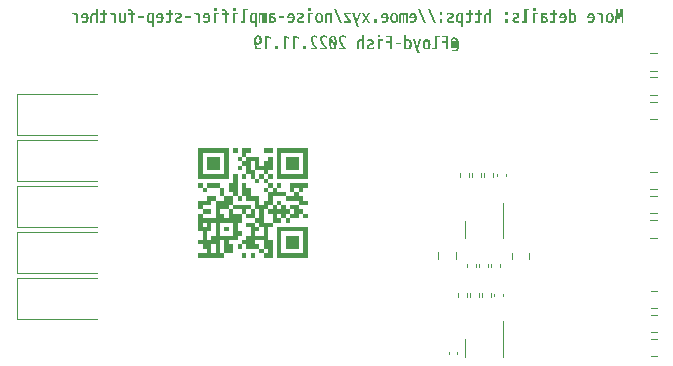
<source format=gbr>
%TF.GenerationSoftware,KiCad,Pcbnew,(6.0.5)*%
%TF.CreationDate,2022-11-19T18:23:49+08:00*%
%TF.ProjectId,EmoeNAP,456d6f65-4e41-4502-9e6b-696361645f70,rev?*%
%TF.SameCoordinates,Original*%
%TF.FileFunction,Legend,Bot*%
%TF.FilePolarity,Positive*%
%FSLAX46Y46*%
G04 Gerber Fmt 4.6, Leading zero omitted, Abs format (unit mm)*
G04 Created by KiCad (PCBNEW (6.0.5)) date 2022-11-19 18:23:49*
%MOMM*%
%LPD*%
G01*
G04 APERTURE LIST*
%ADD10C,0.120000*%
G04 APERTURE END LIST*
%TO.C,kibuzzard-6378AB16*%
G36*
X146747556Y-91492125D02*
G01*
X146595156Y-91492125D01*
X146085569Y-90269750D01*
X146237969Y-90269750D01*
X146747556Y-91492125D01*
G37*
G36*
X153891306Y-91492125D02*
G01*
X153738906Y-91492125D01*
X153229319Y-90269750D01*
X153381719Y-90269750D01*
X153891306Y-91492125D01*
G37*
G36*
X154685056Y-91492125D02*
G01*
X154532656Y-91492125D01*
X154023069Y-90269750D01*
X154175469Y-90269750D01*
X154685056Y-91492125D01*
G37*
G36*
X147992156Y-91206375D02*
G01*
X147995331Y-91206375D01*
X148171544Y-90603125D01*
X148344581Y-90603125D01*
X148069944Y-91412750D01*
X148200119Y-91777875D01*
X148025494Y-91777875D01*
X147646081Y-90603125D01*
X147827056Y-90603125D01*
X147992156Y-91206375D01*
G37*
G36*
X170221919Y-91007938D02*
G01*
X170225094Y-91007938D01*
X170321931Y-90269750D01*
X170529894Y-90269750D01*
X170590219Y-91428625D01*
X170434644Y-91428625D01*
X170407656Y-90444375D01*
X170402894Y-90444375D01*
X170312406Y-91158750D01*
X170161594Y-91158750D01*
X170063169Y-90444375D01*
X170061581Y-90444375D01*
X170037769Y-91428625D01*
X169867906Y-91428625D01*
X169926644Y-90269750D01*
X170126669Y-90269750D01*
X170221919Y-91007938D01*
G37*
G36*
X166235706Y-91444500D02*
G01*
X166137281Y-91438856D01*
X166047323Y-91421922D01*
X165965831Y-91393700D01*
X165965831Y-91300038D01*
X166140456Y-91300038D01*
X166243644Y-91320675D01*
X166317066Y-91303609D01*
X166369056Y-91252412D01*
X166400013Y-91159147D01*
X166410331Y-91015875D01*
X166401798Y-90876373D01*
X166376200Y-90784894D01*
X166333139Y-90734292D01*
X166272219Y-90717425D01*
X166198003Y-90730919D01*
X166140456Y-90771400D01*
X166140456Y-91300038D01*
X165965831Y-91300038D01*
X165965831Y-90238000D01*
X166140456Y-90238000D01*
X166140456Y-90622175D01*
X166213878Y-90595981D01*
X166291269Y-90587250D01*
X166382197Y-90598362D01*
X166456016Y-90631700D01*
X166512725Y-90687262D01*
X166552853Y-90768225D01*
X166576931Y-90877762D01*
X166584956Y-91015875D01*
X166575608Y-91156369D01*
X166547562Y-91266700D01*
X166500819Y-91346869D01*
X166433967Y-91401108D01*
X166345597Y-91433652D01*
X166243644Y-91443716D01*
X166235706Y-91444500D01*
G37*
G36*
X139256144Y-91444500D02*
G01*
X139163010Y-91432594D01*
X139086810Y-91396875D01*
X139027544Y-91337344D01*
X138985210Y-91254000D01*
X138959810Y-91146844D01*
X138951344Y-91015875D01*
X139125969Y-91015875D01*
X139135395Y-91147141D01*
X139163672Y-91240903D01*
X139210801Y-91297160D01*
X139276781Y-91315913D01*
X139395844Y-91279400D01*
X139395844Y-90734887D01*
X139292656Y-90717425D01*
X139218242Y-90734292D01*
X139166450Y-90784894D01*
X139136089Y-90876373D01*
X139125969Y-91015875D01*
X138951344Y-91015875D01*
X138960604Y-90876969D01*
X138988385Y-90767167D01*
X139034687Y-90686469D01*
X139101274Y-90631347D01*
X139189910Y-90598274D01*
X139300594Y-90587250D01*
X139395491Y-90592894D01*
X139485449Y-90609828D01*
X139570469Y-90638050D01*
X139570469Y-91777875D01*
X139395844Y-91777875D01*
X139395844Y-91412750D01*
X139328375Y-91436562D01*
X139276781Y-91442232D01*
X139256144Y-91444500D01*
G37*
G36*
X156718644Y-91444500D02*
G01*
X156625510Y-91432594D01*
X156549310Y-91396875D01*
X156490044Y-91337344D01*
X156447710Y-91254000D01*
X156422310Y-91146844D01*
X156413844Y-91015875D01*
X156588469Y-91015875D01*
X156597895Y-91147141D01*
X156626172Y-91240903D01*
X156673301Y-91297160D01*
X156739281Y-91315913D01*
X156858344Y-91279400D01*
X156858344Y-90734887D01*
X156755156Y-90717425D01*
X156680742Y-90734292D01*
X156628950Y-90784894D01*
X156598589Y-90876373D01*
X156588469Y-91015875D01*
X156413844Y-91015875D01*
X156423104Y-90876969D01*
X156450885Y-90767167D01*
X156497188Y-90686469D01*
X156563774Y-90631347D01*
X156652410Y-90598274D01*
X156763094Y-90587250D01*
X156857991Y-90592894D01*
X156947949Y-90609828D01*
X157032969Y-90638050D01*
X157032969Y-91777875D01*
X156858344Y-91777875D01*
X156858344Y-91412750D01*
X156790875Y-91436562D01*
X156739281Y-91442232D01*
X156718644Y-91444500D01*
G37*
G36*
X130524894Y-91444500D02*
G01*
X130431760Y-91432594D01*
X130355560Y-91396875D01*
X130296294Y-91337344D01*
X130253960Y-91254000D01*
X130228560Y-91146844D01*
X130220094Y-91015875D01*
X130394719Y-91015875D01*
X130404145Y-91147141D01*
X130432422Y-91240903D01*
X130479551Y-91297160D01*
X130545531Y-91315913D01*
X130664594Y-91279400D01*
X130664594Y-90734887D01*
X130561406Y-90717425D01*
X130486992Y-90734292D01*
X130435200Y-90784894D01*
X130404839Y-90876373D01*
X130394719Y-91015875D01*
X130220094Y-91015875D01*
X130229354Y-90876969D01*
X130257135Y-90767167D01*
X130303438Y-90686469D01*
X130370024Y-90631347D01*
X130458660Y-90598274D01*
X130569344Y-90587250D01*
X130664241Y-90592894D01*
X130754199Y-90609828D01*
X130839219Y-90638050D01*
X130839219Y-91777875D01*
X130664594Y-91777875D01*
X130664594Y-91412750D01*
X130597125Y-91436562D01*
X130545531Y-91442232D01*
X130524894Y-91444500D01*
G37*
G36*
X126071956Y-91428625D02*
G01*
X125897331Y-91428625D01*
X125897331Y-90780925D01*
X125832641Y-90733300D01*
X125759219Y-90717425D01*
X125662381Y-90757112D01*
X125643331Y-90817834D01*
X125636981Y-90920625D01*
X125638569Y-91428625D01*
X125468706Y-91428625D01*
X125468706Y-90876175D01*
X125483391Y-90743817D01*
X125527444Y-90654719D01*
X125603644Y-90604117D01*
X125714769Y-90587250D01*
X125808034Y-90599156D01*
X125897331Y-90634875D01*
X125897331Y-90238000D01*
X126071956Y-90238000D01*
X126071956Y-91428625D01*
G37*
G36*
X159409456Y-91428625D02*
G01*
X159234831Y-91428625D01*
X159234831Y-90780925D01*
X159170141Y-90733300D01*
X159096719Y-90717425D01*
X158999881Y-90757112D01*
X158980831Y-90817834D01*
X158974481Y-90920625D01*
X158976069Y-91428625D01*
X158806206Y-91428625D01*
X158806206Y-90876175D01*
X158820891Y-90743817D01*
X158864944Y-90654719D01*
X158941144Y-90604117D01*
X159052269Y-90587250D01*
X159145534Y-90599156D01*
X159234831Y-90634875D01*
X159234831Y-90238000D01*
X159409456Y-90238000D01*
X159409456Y-91428625D01*
G37*
G36*
X128938187Y-90269750D02*
G01*
X129013594Y-90317375D01*
X129055266Y-90405481D01*
X129069156Y-90542800D01*
X129069156Y-90634875D01*
X129243781Y-90634875D01*
X129243781Y-90763462D01*
X129069156Y-90763462D01*
X129069156Y-91428625D01*
X128894531Y-91428625D01*
X128894531Y-90763462D01*
X128664344Y-90763462D01*
X128664344Y-90634875D01*
X128894531Y-90634875D01*
X128894531Y-90584075D01*
X128892547Y-90501327D01*
X128886594Y-90446756D01*
X128858019Y-90393575D01*
X128788169Y-90380875D01*
X128664344Y-90403100D01*
X128664344Y-90272925D01*
X128739750Y-90258637D01*
X128823094Y-90253875D01*
X128938187Y-90269750D01*
G37*
G36*
X136875688Y-90269750D02*
G01*
X136951094Y-90317375D01*
X136992766Y-90405481D01*
X137006656Y-90542800D01*
X137006656Y-90634875D01*
X137181281Y-90634875D01*
X137181281Y-90763462D01*
X137006656Y-90763462D01*
X137006656Y-91428625D01*
X136832031Y-91428625D01*
X136832031Y-90763462D01*
X136601844Y-90763462D01*
X136601844Y-90634875D01*
X136832031Y-90634875D01*
X136832031Y-90584075D01*
X136830047Y-90501327D01*
X136824094Y-90446756D01*
X136795519Y-90393575D01*
X136725669Y-90380875D01*
X136601844Y-90403100D01*
X136601844Y-90272925D01*
X136677250Y-90258637D01*
X136760594Y-90253875D01*
X136875688Y-90269750D01*
G37*
G36*
X162600331Y-90398337D02*
G01*
X162387606Y-90398337D01*
X162387606Y-91428625D01*
X161997081Y-91428625D01*
X161997081Y-91300038D01*
X162209806Y-91300038D01*
X162209806Y-90269750D01*
X162600331Y-90269750D01*
X162600331Y-90398337D01*
G37*
G36*
X138787831Y-90398337D02*
G01*
X138575106Y-90398337D01*
X138575106Y-91428625D01*
X138184581Y-91428625D01*
X138184581Y-91300038D01*
X138397306Y-91300038D01*
X138397306Y-90269750D01*
X138787831Y-90269750D01*
X138787831Y-90398337D01*
G37*
G36*
X126718069Y-90634875D02*
G01*
X126881581Y-90634875D01*
X126881581Y-90763462D01*
X126718069Y-90763462D01*
X126718069Y-91190500D01*
X126703980Y-91313531D01*
X126661712Y-91390525D01*
X126583330Y-91431006D01*
X126460894Y-91444500D01*
X126373184Y-91439738D01*
X126294206Y-91425450D01*
X126294206Y-91280988D01*
X126362072Y-91298847D01*
X126429144Y-91304800D01*
X126524394Y-91278606D01*
X126545031Y-91158750D01*
X126545031Y-90763462D01*
X126278331Y-90763462D01*
X126278331Y-90634875D01*
X126545031Y-90634875D01*
X126545031Y-90333250D01*
X126718069Y-90333250D01*
X126718069Y-90634875D01*
G37*
G36*
X158468069Y-90634875D02*
G01*
X158631581Y-90634875D01*
X158631581Y-90763462D01*
X158468069Y-90763462D01*
X158468069Y-91190500D01*
X158453980Y-91313531D01*
X158411713Y-91390525D01*
X158333330Y-91431006D01*
X158210894Y-91444500D01*
X158123184Y-91439738D01*
X158044206Y-91425450D01*
X158044206Y-91280988D01*
X158112072Y-91298847D01*
X158179144Y-91304800D01*
X158274394Y-91278606D01*
X158295031Y-91158750D01*
X158295031Y-90763462D01*
X158028331Y-90763462D01*
X158028331Y-90634875D01*
X158295031Y-90634875D01*
X158295031Y-90333250D01*
X158468069Y-90333250D01*
X158468069Y-90634875D01*
G37*
G36*
X132274319Y-90634875D02*
G01*
X132437831Y-90634875D01*
X132437831Y-90763462D01*
X132274319Y-90763462D01*
X132274319Y-91190500D01*
X132260230Y-91313531D01*
X132217963Y-91390525D01*
X132139580Y-91431006D01*
X132017144Y-91444500D01*
X131929434Y-91439738D01*
X131850456Y-91425450D01*
X131850456Y-91280988D01*
X131918322Y-91298847D01*
X131985394Y-91304800D01*
X132080644Y-91278606D01*
X132101281Y-91158750D01*
X132101281Y-90763462D01*
X131834581Y-90763462D01*
X131834581Y-90634875D01*
X132101281Y-90634875D01*
X132101281Y-90333250D01*
X132274319Y-90333250D01*
X132274319Y-90634875D01*
G37*
G36*
X164818069Y-90634875D02*
G01*
X164981581Y-90634875D01*
X164981581Y-90763462D01*
X164818069Y-90763462D01*
X164818069Y-91190500D01*
X164803980Y-91313531D01*
X164761713Y-91390525D01*
X164683330Y-91431006D01*
X164560894Y-91444500D01*
X164473184Y-91439738D01*
X164394206Y-91425450D01*
X164394206Y-91280988D01*
X164462072Y-91298847D01*
X164529144Y-91304800D01*
X164624394Y-91278606D01*
X164645031Y-91158750D01*
X164645031Y-90763462D01*
X164378331Y-90763462D01*
X164378331Y-90634875D01*
X164645031Y-90634875D01*
X164645031Y-90333250D01*
X164818069Y-90333250D01*
X164818069Y-90634875D01*
G37*
G36*
X157674319Y-90634875D02*
G01*
X157837831Y-90634875D01*
X157837831Y-90763462D01*
X157674319Y-90763462D01*
X157674319Y-91190500D01*
X157660230Y-91313531D01*
X157617963Y-91390525D01*
X157539580Y-91431006D01*
X157417144Y-91444500D01*
X157329434Y-91439738D01*
X157250456Y-91425450D01*
X157250456Y-91280988D01*
X157318322Y-91298847D01*
X157385394Y-91304800D01*
X157480644Y-91278606D01*
X157501281Y-91158750D01*
X157501281Y-90763462D01*
X157234581Y-90763462D01*
X157234581Y-90634875D01*
X157501281Y-90634875D01*
X157501281Y-90333250D01*
X157674319Y-90333250D01*
X157674319Y-90634875D01*
G37*
G36*
X140325722Y-90602331D02*
G01*
X140430894Y-90647575D01*
X140430894Y-91428625D01*
X140264206Y-91428625D01*
X140264206Y-90739650D01*
X140200706Y-90717425D01*
X140154669Y-90734094D01*
X140141969Y-90793625D01*
X140141969Y-91428625D01*
X139983219Y-91428625D01*
X139983219Y-90739650D01*
X139918131Y-90717425D01*
X139873681Y-90733300D01*
X139860981Y-90793625D01*
X139860981Y-91428625D01*
X139700644Y-91428625D01*
X139700644Y-90809500D01*
X139711558Y-90699367D01*
X139744300Y-90632494D01*
X139807205Y-90598561D01*
X139908606Y-90587250D01*
X139991553Y-90597172D01*
X140065769Y-90626937D01*
X140126491Y-90597172D01*
X140207056Y-90587250D01*
X140325722Y-90602331D01*
G37*
G36*
X152231972Y-90602331D02*
G01*
X152337144Y-90647575D01*
X152337144Y-91428625D01*
X152170456Y-91428625D01*
X152170456Y-90739650D01*
X152106956Y-90717425D01*
X152060919Y-90734094D01*
X152048219Y-90793625D01*
X152048219Y-91428625D01*
X151889469Y-91428625D01*
X151889469Y-90739650D01*
X151824381Y-90717425D01*
X151779931Y-90733300D01*
X151767231Y-90793625D01*
X151767231Y-91428625D01*
X151606894Y-91428625D01*
X151606894Y-90809500D01*
X151617808Y-90699367D01*
X151650550Y-90632494D01*
X151713455Y-90598561D01*
X151814856Y-90587250D01*
X151897803Y-90597172D01*
X151972019Y-90626937D01*
X152032741Y-90597172D01*
X152113306Y-90587250D01*
X152231972Y-90602331D01*
G37*
G36*
X150992002Y-91399344D02*
G01*
X150927444Y-91342900D01*
X150881583Y-91261408D01*
X150854066Y-91152400D01*
X150844894Y-91015875D01*
X151022694Y-91015875D01*
X151031623Y-91161330D01*
X151058413Y-91251619D01*
X151106236Y-91298648D01*
X151178269Y-91314325D01*
X151250302Y-91298648D01*
X151298125Y-91251619D01*
X151324914Y-91161330D01*
X151333844Y-91015875D01*
X151324914Y-90870420D01*
X151298125Y-90780131D01*
X151250302Y-90733102D01*
X151178269Y-90717425D01*
X151106236Y-90733102D01*
X151058413Y-90780131D01*
X151031623Y-90870420D01*
X151022694Y-91015875D01*
X150844894Y-91015875D01*
X150854066Y-90879350D01*
X150881583Y-90770342D01*
X150927444Y-90688850D01*
X150992002Y-90632406D01*
X151075610Y-90598539D01*
X151178269Y-90587250D01*
X151280927Y-90598539D01*
X151364535Y-90632406D01*
X151429094Y-90688850D01*
X151474955Y-90770342D01*
X151502472Y-90879350D01*
X151511644Y-91015875D01*
X151502472Y-91152400D01*
X151474955Y-91261408D01*
X151429094Y-91342900D01*
X151364535Y-91399344D01*
X151280927Y-91433211D01*
X151178269Y-91444500D01*
X151075610Y-91433211D01*
X150992002Y-91399344D01*
G37*
G36*
X144642002Y-91399344D02*
G01*
X144577444Y-91342900D01*
X144531583Y-91261408D01*
X144504066Y-91152400D01*
X144494894Y-91015875D01*
X144672694Y-91015875D01*
X144681623Y-91161330D01*
X144708413Y-91251619D01*
X144756236Y-91298648D01*
X144828269Y-91314325D01*
X144900302Y-91298648D01*
X144948125Y-91251619D01*
X144974914Y-91161330D01*
X144983844Y-91015875D01*
X144974914Y-90870420D01*
X144948125Y-90780131D01*
X144900302Y-90733102D01*
X144828269Y-90717425D01*
X144756236Y-90733102D01*
X144708413Y-90780131D01*
X144681623Y-90870420D01*
X144672694Y-91015875D01*
X144494894Y-91015875D01*
X144504066Y-90879350D01*
X144531583Y-90770342D01*
X144577444Y-90688850D01*
X144642002Y-90632406D01*
X144725610Y-90598539D01*
X144828269Y-90587250D01*
X144930927Y-90598539D01*
X145014535Y-90632406D01*
X145079094Y-90688850D01*
X145124955Y-90770342D01*
X145152472Y-90879350D01*
X145161644Y-91015875D01*
X145152472Y-91152400D01*
X145124955Y-91261408D01*
X145079094Y-91342900D01*
X145014535Y-91399344D01*
X144930927Y-91433211D01*
X144828269Y-91444500D01*
X144725610Y-91433211D01*
X144642002Y-91399344D01*
G37*
G36*
X169248252Y-91399344D02*
G01*
X169183694Y-91342900D01*
X169137833Y-91261408D01*
X169110316Y-91152400D01*
X169101144Y-91015875D01*
X169278944Y-91015875D01*
X169287873Y-91161330D01*
X169314663Y-91251619D01*
X169362486Y-91298648D01*
X169434519Y-91314325D01*
X169506552Y-91298648D01*
X169554375Y-91251619D01*
X169581164Y-91161330D01*
X169590094Y-91015875D01*
X169581164Y-90870420D01*
X169554375Y-90780131D01*
X169506552Y-90733102D01*
X169434519Y-90717425D01*
X169362486Y-90733102D01*
X169314663Y-90780131D01*
X169287873Y-90870420D01*
X169278944Y-91015875D01*
X169101144Y-91015875D01*
X169110316Y-90879350D01*
X169137833Y-90770342D01*
X169183694Y-90688850D01*
X169248252Y-90632406D01*
X169331860Y-90598539D01*
X169434519Y-90587250D01*
X169537177Y-90598539D01*
X169620785Y-90632406D01*
X169685344Y-90688850D01*
X169731205Y-90770342D01*
X169758722Y-90879350D01*
X169767894Y-91015875D01*
X169758722Y-91152400D01*
X169731205Y-91261408D01*
X169685344Y-91342900D01*
X169620785Y-91399344D01*
X169537177Y-91433211D01*
X169434519Y-91444500D01*
X169331860Y-91433211D01*
X169248252Y-91399344D01*
G37*
G36*
X167534281Y-91012700D02*
G01*
X167537971Y-90952375D01*
X167705731Y-90952375D01*
X167988306Y-90952375D01*
X167974813Y-90838075D01*
X167947031Y-90765050D01*
X167902978Y-90725759D01*
X167840669Y-90712663D01*
X167740656Y-90767431D01*
X167715256Y-90841052D01*
X167705731Y-90952375D01*
X167537971Y-90952375D01*
X167542572Y-90877145D01*
X167567442Y-90768931D01*
X167608894Y-90688056D01*
X167667278Y-90632053D01*
X167742949Y-90598451D01*
X167835906Y-90587250D01*
X167937771Y-90599156D01*
X168021115Y-90634875D01*
X168085938Y-90694406D01*
X168132240Y-90777750D01*
X168160021Y-90884906D01*
X168169281Y-91015875D01*
X168161830Y-91129592D01*
X168139475Y-91225814D01*
X168102217Y-91304541D01*
X168050057Y-91365773D01*
X167982993Y-91409510D01*
X167901026Y-91435753D01*
X167804156Y-91444500D01*
X167693428Y-91434578D01*
X167577144Y-91404813D01*
X167577144Y-91273050D01*
X167685888Y-91305197D01*
X167783519Y-91315913D01*
X167868648Y-91302220D01*
X167930363Y-91261144D01*
X167969852Y-91187523D01*
X167988306Y-91076200D01*
X167537456Y-91076200D01*
X167534281Y-91012700D01*
G37*
G36*
X165153031Y-91012700D02*
G01*
X165156721Y-90952375D01*
X165324481Y-90952375D01*
X165607056Y-90952375D01*
X165593563Y-90838075D01*
X165565781Y-90765050D01*
X165521728Y-90725759D01*
X165459419Y-90712663D01*
X165359406Y-90767431D01*
X165334006Y-90841052D01*
X165324481Y-90952375D01*
X165156721Y-90952375D01*
X165161322Y-90877145D01*
X165186192Y-90768931D01*
X165227644Y-90688056D01*
X165286028Y-90632053D01*
X165361699Y-90598451D01*
X165454656Y-90587250D01*
X165556521Y-90599156D01*
X165639865Y-90634875D01*
X165704688Y-90694406D01*
X165750990Y-90777750D01*
X165778771Y-90884906D01*
X165788031Y-91015875D01*
X165777889Y-91146844D01*
X165747462Y-91254000D01*
X165696750Y-91337344D01*
X165625753Y-91396875D01*
X165534472Y-91432594D01*
X165422906Y-91444500D01*
X165312178Y-91434578D01*
X165195894Y-91404813D01*
X165195894Y-91273050D01*
X165304638Y-91305197D01*
X165402269Y-91315913D01*
X165487398Y-91302220D01*
X165549113Y-91261144D01*
X165588602Y-91187523D01*
X165607056Y-91076200D01*
X165156206Y-91076200D01*
X165153031Y-91012700D01*
G37*
G36*
X152453031Y-91012700D02*
G01*
X152456721Y-90952375D01*
X152624481Y-90952375D01*
X152907056Y-90952375D01*
X152893563Y-90838075D01*
X152865781Y-90765050D01*
X152821728Y-90725759D01*
X152759419Y-90712663D01*
X152659406Y-90767431D01*
X152634006Y-90841052D01*
X152624481Y-90952375D01*
X152456721Y-90952375D01*
X152461322Y-90877145D01*
X152486192Y-90768931D01*
X152527644Y-90688056D01*
X152586028Y-90632053D01*
X152661699Y-90598451D01*
X152754656Y-90587250D01*
X152856521Y-90599156D01*
X152939865Y-90634875D01*
X153004688Y-90694406D01*
X153050990Y-90777750D01*
X153078771Y-90884906D01*
X153088031Y-91015875D01*
X153080580Y-91129592D01*
X153058225Y-91225814D01*
X153020967Y-91304541D01*
X152968807Y-91365773D01*
X152901743Y-91409510D01*
X152819776Y-91435753D01*
X152722906Y-91444500D01*
X152612178Y-91434578D01*
X152495894Y-91404813D01*
X152495894Y-91273050D01*
X152604638Y-91305197D01*
X152702269Y-91315913D01*
X152787398Y-91302220D01*
X152849113Y-91261144D01*
X152888602Y-91187523D01*
X152907056Y-91076200D01*
X152456206Y-91076200D01*
X152453031Y-91012700D01*
G37*
G36*
X150071781Y-91012700D02*
G01*
X150075471Y-90952375D01*
X150243231Y-90952375D01*
X150525806Y-90952375D01*
X150512313Y-90838075D01*
X150484531Y-90765050D01*
X150440478Y-90725759D01*
X150378169Y-90712663D01*
X150278156Y-90767431D01*
X150252756Y-90841052D01*
X150243231Y-90952375D01*
X150075471Y-90952375D01*
X150080072Y-90877145D01*
X150104942Y-90768931D01*
X150146394Y-90688056D01*
X150204778Y-90632053D01*
X150280449Y-90598451D01*
X150373406Y-90587250D01*
X150475271Y-90599156D01*
X150558615Y-90634875D01*
X150623438Y-90694406D01*
X150669740Y-90777750D01*
X150697521Y-90884906D01*
X150706781Y-91015875D01*
X150699330Y-91129592D01*
X150676975Y-91225814D01*
X150639717Y-91304541D01*
X150587557Y-91365773D01*
X150520493Y-91409510D01*
X150438526Y-91435753D01*
X150341656Y-91444500D01*
X150230928Y-91434578D01*
X150114644Y-91404813D01*
X150114644Y-91273050D01*
X150223388Y-91305197D01*
X150321019Y-91315913D01*
X150406148Y-91302220D01*
X150467863Y-91261144D01*
X150507352Y-91187523D01*
X150525806Y-91076200D01*
X150074956Y-91076200D01*
X150071781Y-91012700D01*
G37*
G36*
X142134281Y-91012700D02*
G01*
X142137971Y-90952375D01*
X142305731Y-90952375D01*
X142588306Y-90952375D01*
X142574813Y-90838075D01*
X142547031Y-90765050D01*
X142502978Y-90725759D01*
X142440669Y-90712663D01*
X142340656Y-90767431D01*
X142315256Y-90841052D01*
X142305731Y-90952375D01*
X142137971Y-90952375D01*
X142142572Y-90877145D01*
X142167442Y-90768931D01*
X142208894Y-90688056D01*
X142267278Y-90632053D01*
X142342949Y-90598451D01*
X142435906Y-90587250D01*
X142537771Y-90599156D01*
X142621115Y-90634875D01*
X142685937Y-90694406D01*
X142732240Y-90777750D01*
X142760021Y-90884906D01*
X142769281Y-91015875D01*
X142761830Y-91129592D01*
X142739475Y-91225814D01*
X142702217Y-91304541D01*
X142650057Y-91365773D01*
X142582993Y-91409510D01*
X142501026Y-91435753D01*
X142404156Y-91444500D01*
X142293428Y-91434578D01*
X142177144Y-91404813D01*
X142177144Y-91273050D01*
X142285888Y-91305197D01*
X142383519Y-91315913D01*
X142468648Y-91302220D01*
X142530363Y-91261144D01*
X142569852Y-91187523D01*
X142588306Y-91076200D01*
X142137456Y-91076200D01*
X142134281Y-91012700D01*
G37*
G36*
X131021781Y-91012700D02*
G01*
X131025471Y-90952375D01*
X131193231Y-90952375D01*
X131475806Y-90952375D01*
X131462313Y-90838075D01*
X131434531Y-90765050D01*
X131390478Y-90725759D01*
X131328169Y-90712663D01*
X131228156Y-90767431D01*
X131202756Y-90841052D01*
X131193231Y-90952375D01*
X131025471Y-90952375D01*
X131030072Y-90877145D01*
X131054942Y-90768931D01*
X131096394Y-90688056D01*
X131154778Y-90632053D01*
X131230449Y-90598451D01*
X131323406Y-90587250D01*
X131425271Y-90599156D01*
X131508615Y-90634875D01*
X131573437Y-90694406D01*
X131619740Y-90777750D01*
X131647521Y-90884906D01*
X131656781Y-91015875D01*
X131646639Y-91146844D01*
X131616212Y-91254000D01*
X131565500Y-91337344D01*
X131494503Y-91396875D01*
X131403222Y-91432594D01*
X131291656Y-91444500D01*
X131180928Y-91434578D01*
X131064644Y-91404813D01*
X131064644Y-91273050D01*
X131173388Y-91305197D01*
X131271019Y-91315913D01*
X131356148Y-91302220D01*
X131417863Y-91261144D01*
X131457352Y-91187523D01*
X131475806Y-91076200D01*
X131024956Y-91076200D01*
X131021781Y-91012700D01*
G37*
G36*
X134990531Y-91012700D02*
G01*
X134994221Y-90952375D01*
X135161981Y-90952375D01*
X135444556Y-90952375D01*
X135431063Y-90838075D01*
X135403281Y-90765050D01*
X135359228Y-90725759D01*
X135296919Y-90712663D01*
X135196906Y-90767431D01*
X135171506Y-90841052D01*
X135161981Y-90952375D01*
X134994221Y-90952375D01*
X134998822Y-90877145D01*
X135023692Y-90768931D01*
X135065144Y-90688056D01*
X135123528Y-90632053D01*
X135199199Y-90598451D01*
X135292156Y-90587250D01*
X135394021Y-90599156D01*
X135477365Y-90634875D01*
X135542187Y-90694406D01*
X135588490Y-90777750D01*
X135616271Y-90884906D01*
X135625531Y-91015875D01*
X135615389Y-91146844D01*
X135584962Y-91254000D01*
X135534250Y-91337344D01*
X135463253Y-91396875D01*
X135371972Y-91432594D01*
X135260406Y-91444500D01*
X135149678Y-91434578D01*
X135033394Y-91404813D01*
X135033394Y-91273050D01*
X135142138Y-91305197D01*
X135239769Y-91315913D01*
X135324898Y-91302220D01*
X135386613Y-91261144D01*
X135426102Y-91187523D01*
X135444556Y-91076200D01*
X134993706Y-91076200D01*
X134990531Y-91012700D01*
G37*
G36*
X124671781Y-91012700D02*
G01*
X124675471Y-90952375D01*
X124843231Y-90952375D01*
X125125806Y-90952375D01*
X125112312Y-90838075D01*
X125084531Y-90765050D01*
X125040478Y-90725759D01*
X124978169Y-90712663D01*
X124878156Y-90767431D01*
X124852756Y-90841052D01*
X124843231Y-90952375D01*
X124675471Y-90952375D01*
X124680072Y-90877145D01*
X124704942Y-90768931D01*
X124746394Y-90688056D01*
X124804778Y-90632053D01*
X124880449Y-90598451D01*
X124973406Y-90587250D01*
X125075271Y-90599156D01*
X125158615Y-90634875D01*
X125223437Y-90694406D01*
X125269740Y-90777750D01*
X125297521Y-90884906D01*
X125306781Y-91015875D01*
X125296639Y-91146844D01*
X125266212Y-91254000D01*
X125215500Y-91337344D01*
X125144503Y-91396875D01*
X125053222Y-91432594D01*
X124941656Y-91444500D01*
X124830928Y-91434578D01*
X124714644Y-91404813D01*
X124714644Y-91273050D01*
X124823388Y-91305197D01*
X124921019Y-91315913D01*
X125006148Y-91302220D01*
X125067862Y-91261144D01*
X125107352Y-91187523D01*
X125125806Y-91076200D01*
X124674956Y-91076200D01*
X124671781Y-91012700D01*
G37*
G36*
X148792256Y-90917450D02*
G01*
X148795431Y-90917450D01*
X148936719Y-90603125D01*
X149122456Y-90603125D01*
X148908144Y-91015875D01*
X149122456Y-91428625D01*
X148936719Y-91428625D01*
X148801781Y-91119063D01*
X148798606Y-91119063D01*
X148663669Y-91428625D01*
X148471581Y-91428625D01*
X148685894Y-91015875D01*
X148471581Y-90603125D01*
X148650969Y-90603125D01*
X148792256Y-90917450D01*
G37*
G36*
X140654555Y-91421922D02*
G01*
X140565831Y-91393700D01*
X140565831Y-91300038D01*
X140738869Y-91300038D01*
X140843644Y-91320675D01*
X140959531Y-91283369D01*
X141000806Y-91177800D01*
X140987908Y-91105966D01*
X140949213Y-91055562D01*
X140881942Y-91025797D01*
X140783319Y-91015875D01*
X140738869Y-91015875D01*
X140738869Y-91300038D01*
X140565831Y-91300038D01*
X140565831Y-90901575D01*
X140572622Y-90790450D01*
X140592995Y-90706842D01*
X140626950Y-90650750D01*
X140716445Y-90603125D01*
X140862694Y-90587250D01*
X140948066Y-90592894D01*
X141036966Y-90609828D01*
X141129394Y-90638050D01*
X141129394Y-90774575D01*
X141037319Y-90742825D01*
X140951594Y-90723775D01*
X140872219Y-90717425D01*
X140763475Y-90746794D01*
X140738869Y-90869825D01*
X140738869Y-90896812D01*
X140783319Y-90896812D01*
X140901588Y-90904838D01*
X140998160Y-90928915D01*
X141073038Y-90969044D01*
X141145070Y-91057348D01*
X141169081Y-91177800D01*
X141147848Y-91290512D01*
X141084150Y-91374650D01*
X141019680Y-91413456D01*
X140939511Y-91436739D01*
X140843644Y-91444500D01*
X140747159Y-91438856D01*
X140654555Y-91421922D01*
G37*
G36*
X163673305Y-91421922D02*
G01*
X163584581Y-91393700D01*
X163584581Y-91300038D01*
X163757619Y-91300038D01*
X163862394Y-91320675D01*
X163978281Y-91283369D01*
X164019556Y-91177800D01*
X164006658Y-91105966D01*
X163967963Y-91055562D01*
X163900692Y-91025797D01*
X163802069Y-91015875D01*
X163757619Y-91015875D01*
X163757619Y-91300038D01*
X163584581Y-91300038D01*
X163584581Y-90901575D01*
X163591372Y-90790450D01*
X163611745Y-90706842D01*
X163645700Y-90650750D01*
X163735195Y-90603125D01*
X163881444Y-90587250D01*
X163966816Y-90592894D01*
X164055716Y-90609828D01*
X164148144Y-90638050D01*
X164148144Y-90774575D01*
X164056069Y-90742825D01*
X163970344Y-90723775D01*
X163890969Y-90717425D01*
X163782225Y-90746794D01*
X163757619Y-90869825D01*
X163757619Y-90896812D01*
X163802069Y-90896812D01*
X163920338Y-90904838D01*
X164016910Y-90928915D01*
X164091788Y-90969044D01*
X164163820Y-91057348D01*
X164187831Y-91177800D01*
X164166598Y-91290512D01*
X164102900Y-91374650D01*
X164038430Y-91413456D01*
X163958261Y-91436739D01*
X163862394Y-91444500D01*
X163765909Y-91438856D01*
X163673305Y-91421922D01*
G37*
G36*
X133045050Y-90602133D02*
G01*
X133137919Y-90646781D01*
X133193878Y-90719211D01*
X133212531Y-90817437D01*
X133196656Y-90908917D01*
X133149031Y-90980156D01*
X133063703Y-91035520D01*
X132934719Y-91079375D01*
X132829944Y-91127000D01*
X132801369Y-91206375D01*
X132837881Y-91289719D01*
X132958531Y-91315913D01*
X133077991Y-91300434D01*
X133204594Y-91254000D01*
X133204594Y-91393700D01*
X133119927Y-91421922D01*
X133028910Y-91438856D01*
X132931544Y-91444500D01*
X132801964Y-91429022D01*
X132705325Y-91382587D01*
X132645198Y-91307578D01*
X132625156Y-91206375D01*
X132640436Y-91104775D01*
X132686275Y-91031750D01*
X132774183Y-90977775D01*
X132915669Y-90933325D01*
X133010125Y-90888875D01*
X133037906Y-90817437D01*
X133003378Y-90740047D01*
X132899794Y-90714250D01*
X132779144Y-90724172D01*
X132652144Y-90753937D01*
X132652144Y-90622175D01*
X132735047Y-90602772D01*
X132822888Y-90591131D01*
X132915669Y-90587250D01*
X133045050Y-90602133D01*
G37*
G36*
X161620050Y-90602133D02*
G01*
X161712919Y-90646781D01*
X161768878Y-90719211D01*
X161787531Y-90817437D01*
X161771656Y-90908917D01*
X161724031Y-90980156D01*
X161638703Y-91035520D01*
X161509719Y-91079375D01*
X161404944Y-91127000D01*
X161376369Y-91206375D01*
X161412881Y-91289719D01*
X161533531Y-91315913D01*
X161652991Y-91300434D01*
X161779594Y-91254000D01*
X161779594Y-91393700D01*
X161694927Y-91421922D01*
X161603910Y-91438856D01*
X161506544Y-91444500D01*
X161376964Y-91429022D01*
X161280325Y-91382587D01*
X161220198Y-91307578D01*
X161200156Y-91206375D01*
X161215436Y-91104775D01*
X161261275Y-91031750D01*
X161349183Y-90977775D01*
X161490669Y-90933325D01*
X161585125Y-90888875D01*
X161612906Y-90817437D01*
X161578378Y-90740047D01*
X161474794Y-90714250D01*
X161354144Y-90724172D01*
X161227144Y-90753937D01*
X161227144Y-90622175D01*
X161310047Y-90602772D01*
X161397888Y-90591131D01*
X161490669Y-90587250D01*
X161620050Y-90602133D01*
G37*
G36*
X156063800Y-90602133D02*
G01*
X156156669Y-90646781D01*
X156212628Y-90719211D01*
X156231281Y-90817437D01*
X156215406Y-90908917D01*
X156167781Y-90980156D01*
X156082453Y-91035520D01*
X155953469Y-91079375D01*
X155848694Y-91127000D01*
X155820119Y-91206375D01*
X155856631Y-91289719D01*
X155977281Y-91315913D01*
X156096741Y-91300434D01*
X156223344Y-91254000D01*
X156223344Y-91393700D01*
X156138677Y-91421922D01*
X156047660Y-91438856D01*
X155950294Y-91444500D01*
X155820714Y-91429022D01*
X155724075Y-91382587D01*
X155663948Y-91307578D01*
X155643906Y-91206375D01*
X155659186Y-91104775D01*
X155705025Y-91031750D01*
X155792933Y-90977775D01*
X155934419Y-90933325D01*
X156028875Y-90888875D01*
X156056656Y-90817437D01*
X156022128Y-90740047D01*
X155918544Y-90714250D01*
X155797894Y-90724172D01*
X155670894Y-90753937D01*
X155670894Y-90622175D01*
X155753797Y-90602772D01*
X155841638Y-90591131D01*
X155934419Y-90587250D01*
X156063800Y-90602133D01*
G37*
G36*
X143363800Y-90602133D02*
G01*
X143456669Y-90646781D01*
X143512628Y-90719211D01*
X143531281Y-90817437D01*
X143515406Y-90908917D01*
X143467781Y-90980156D01*
X143382453Y-91035520D01*
X143253469Y-91079375D01*
X143148694Y-91127000D01*
X143120119Y-91206375D01*
X143156631Y-91289719D01*
X143277281Y-91315913D01*
X143396741Y-91300434D01*
X143523344Y-91254000D01*
X143523344Y-91393700D01*
X143438677Y-91421922D01*
X143347660Y-91438856D01*
X143250294Y-91444500D01*
X143120714Y-91429022D01*
X143024075Y-91382587D01*
X142963948Y-91307578D01*
X142943906Y-91206375D01*
X142959186Y-91104775D01*
X143005025Y-91031750D01*
X143092933Y-90977775D01*
X143234419Y-90933325D01*
X143328875Y-90888875D01*
X143356656Y-90817437D01*
X143322128Y-90740047D01*
X143218544Y-90714250D01*
X143097894Y-90724172D01*
X142970894Y-90753937D01*
X142970894Y-90622175D01*
X143053797Y-90602772D01*
X143141638Y-90591131D01*
X143234419Y-90587250D01*
X143363800Y-90602133D01*
G37*
G36*
X145747960Y-90594658D02*
G01*
X145840565Y-90616883D01*
X145923644Y-90653925D01*
X145923644Y-91428625D01*
X145749019Y-91428625D01*
X145749019Y-90752350D01*
X145641069Y-90717425D01*
X145523594Y-90749175D01*
X145491844Y-90865063D01*
X145491844Y-91428625D01*
X145320394Y-91428625D01*
X145320394Y-90873000D01*
X145336864Y-90732109D01*
X145386275Y-90645987D01*
X145444395Y-90613356D01*
X145530914Y-90593776D01*
X145645831Y-90587250D01*
X145747960Y-90594658D01*
G37*
G36*
X128038869Y-91282575D02*
G01*
X128146819Y-91314325D01*
X128253975Y-91283369D01*
X128283344Y-91166687D01*
X128283344Y-90603125D01*
X128453206Y-90603125D01*
X128453206Y-91166687D01*
X128436934Y-91301625D01*
X128388119Y-91385763D01*
X128332027Y-91418394D01*
X128250535Y-91437974D01*
X128143644Y-91444500D01*
X128041515Y-91437092D01*
X127948910Y-91414867D01*
X127865831Y-91377825D01*
X127865831Y-90603125D01*
X128040456Y-90603125D01*
X128038869Y-91282575D01*
G37*
G36*
X147492094Y-90731713D02*
G01*
X147128556Y-90731713D01*
X147128556Y-90734887D01*
X147492094Y-91300038D01*
X147492094Y-91428625D01*
X146928531Y-91428625D01*
X146928531Y-91300038D01*
X147292069Y-91300038D01*
X147292069Y-91296863D01*
X146928531Y-90731713D01*
X146928531Y-90603125D01*
X147492094Y-90603125D01*
X147492094Y-90731713D01*
G37*
G36*
X134336862Y-90590552D02*
G01*
X134443415Y-90600458D01*
X134548190Y-90616968D01*
X134651187Y-90640082D01*
X134752406Y-90669800D01*
X134752406Y-91428625D01*
X134577781Y-91428625D01*
X134579369Y-90765050D01*
X134467009Y-90739474D01*
X134350063Y-90724128D01*
X134228531Y-90719013D01*
X134228531Y-90587250D01*
X134336862Y-90590552D01*
G37*
G36*
X127193112Y-90590552D02*
G01*
X127299665Y-90600458D01*
X127404440Y-90616968D01*
X127507437Y-90640082D01*
X127608656Y-90669800D01*
X127608656Y-91428625D01*
X127434031Y-91428625D01*
X127435619Y-90765050D01*
X127323259Y-90739474D01*
X127206313Y-90724128D01*
X127084781Y-90719013D01*
X127084781Y-90587250D01*
X127193112Y-90590552D01*
G37*
G36*
X124018112Y-90590552D02*
G01*
X124124665Y-90600458D01*
X124229440Y-90616968D01*
X124332437Y-90640082D01*
X124433656Y-90669800D01*
X124433656Y-91428625D01*
X124259031Y-91428625D01*
X124260619Y-90765050D01*
X124148259Y-90739474D01*
X124031313Y-90724128D01*
X123909781Y-90719013D01*
X123909781Y-90587250D01*
X124018112Y-90590552D01*
G37*
G36*
X168468112Y-90590552D02*
G01*
X168574665Y-90600458D01*
X168679440Y-90616968D01*
X168782437Y-90640082D01*
X168883656Y-90669800D01*
X168883656Y-91428625D01*
X168709031Y-91428625D01*
X168710619Y-90765050D01*
X168598259Y-90739474D01*
X168481313Y-90724128D01*
X168359781Y-90719013D01*
X168359781Y-90587250D01*
X168468112Y-90590552D01*
G37*
G36*
X144280581Y-90731713D02*
G01*
X144069444Y-90731713D01*
X144069444Y-91428625D01*
X143891644Y-91428625D01*
X143891644Y-90603125D01*
X144280581Y-90603125D01*
X144280581Y-90731713D01*
G37*
G36*
X137930581Y-90731713D02*
G01*
X137719444Y-90731713D01*
X137719444Y-91428625D01*
X137541644Y-91428625D01*
X137541644Y-90603125D01*
X137930581Y-90603125D01*
X137930581Y-90731713D01*
G37*
G36*
X136343081Y-90731713D02*
G01*
X136131944Y-90731713D01*
X136131944Y-91428625D01*
X135954144Y-91428625D01*
X135954144Y-90603125D01*
X136343081Y-90603125D01*
X136343081Y-90731713D01*
G37*
G36*
X163330581Y-90731713D02*
G01*
X163119444Y-90731713D01*
X163119444Y-91428625D01*
X162941644Y-91428625D01*
X162941644Y-90603125D01*
X163330581Y-90603125D01*
X163330581Y-90731713D01*
G37*
G36*
X133953894Y-91025400D02*
G01*
X133477644Y-91025400D01*
X133477644Y-90893637D01*
X133953894Y-90893637D01*
X133953894Y-91025400D01*
G37*
G36*
X141891394Y-91025400D02*
G01*
X141415144Y-91025400D01*
X141415144Y-90893637D01*
X141891394Y-90893637D01*
X141891394Y-91025400D01*
G37*
G36*
X129985144Y-91025400D02*
G01*
X129508894Y-91025400D01*
X129508894Y-90893637D01*
X129985144Y-90893637D01*
X129985144Y-91025400D01*
G37*
G36*
X149714594Y-91428625D02*
G01*
X149460594Y-91428625D01*
X149460594Y-91158750D01*
X149714594Y-91158750D01*
X149714594Y-91428625D01*
G37*
G36*
X160822331Y-90809500D02*
G01*
X160584206Y-90809500D01*
X160584206Y-90539625D01*
X160822331Y-90539625D01*
X160822331Y-90809500D01*
G37*
G36*
X160822331Y-91428625D02*
G01*
X160584206Y-91428625D01*
X160584206Y-91158750D01*
X160822331Y-91158750D01*
X160822331Y-91428625D01*
G37*
G36*
X155266081Y-90809500D02*
G01*
X155027956Y-90809500D01*
X155027956Y-90539625D01*
X155266081Y-90539625D01*
X155266081Y-90809500D01*
G37*
G36*
X155266081Y-91428625D02*
G01*
X155027956Y-91428625D01*
X155027956Y-91158750D01*
X155266081Y-91158750D01*
X155266081Y-91428625D01*
G37*
G36*
X144101194Y-90420563D02*
G01*
X143891644Y-90420563D01*
X143891644Y-90222125D01*
X144101194Y-90222125D01*
X144101194Y-90420563D01*
G37*
G36*
X137751194Y-90420563D02*
G01*
X137541644Y-90420563D01*
X137541644Y-90222125D01*
X137751194Y-90222125D01*
X137751194Y-90420563D01*
G37*
G36*
X136163694Y-90420563D02*
G01*
X135954144Y-90420563D01*
X135954144Y-90222125D01*
X136163694Y-90222125D01*
X136163694Y-90420563D01*
G37*
G36*
X163151194Y-90420563D02*
G01*
X162941644Y-90420563D01*
X162941644Y-90222125D01*
X163151194Y-90222125D01*
X163151194Y-90420563D01*
G37*
%TO.C,kibuzzard-6378AB08*%
G36*
X156040423Y-93562914D02*
G01*
X155966869Y-93505588D01*
X155966869Y-93442088D01*
X156131969Y-93442088D01*
X156198644Y-93480188D01*
X156263731Y-93438119D01*
X156278019Y-93374420D01*
X156282781Y-93267462D01*
X156278416Y-93160505D01*
X156265319Y-93096806D01*
X156201819Y-93054737D01*
X156131969Y-93103950D01*
X156131969Y-93442088D01*
X155966869Y-93442088D01*
X155966869Y-92988063D01*
X155979124Y-92873763D01*
X156015891Y-92784862D01*
X156077168Y-92721362D01*
X156162957Y-92683262D01*
X156273256Y-92670563D01*
X156392672Y-92686349D01*
X156490567Y-92733710D01*
X156566944Y-92812644D01*
X156610005Y-92894251D01*
X156640763Y-92996992D01*
X156659217Y-93120867D01*
X156665369Y-93265875D01*
X156659068Y-93412173D01*
X156640167Y-93536742D01*
X156608665Y-93639582D01*
X156564563Y-93720694D01*
X156486863Y-93798746D01*
X156388174Y-93845577D01*
X156268494Y-93861188D01*
X156153400Y-93850472D01*
X156046244Y-93818325D01*
X156046244Y-93673863D01*
X156148241Y-93714344D01*
X156247856Y-93727838D01*
X156364141Y-93702041D01*
X156446294Y-93624650D01*
X156482453Y-93538925D01*
X156504149Y-93419333D01*
X156511381Y-93265875D01*
X156504590Y-93112417D01*
X156484217Y-92992825D01*
X156450263Y-92907100D01*
X156372277Y-92829709D01*
X156260556Y-92803913D01*
X156156575Y-92842013D01*
X156119269Y-92948375D01*
X156119269Y-92965837D01*
X156122444Y-92965837D01*
X156231981Y-92926150D01*
X156322270Y-92946192D01*
X156386763Y-93006319D01*
X156415426Y-93070965D01*
X156432624Y-93158013D01*
X156438356Y-93267462D01*
X156432359Y-93380087D01*
X156414367Y-93468193D01*
X156384381Y-93531781D01*
X156315325Y-93589527D01*
X156216106Y-93608775D01*
X156198644Y-93606613D01*
X156123502Y-93597310D01*
X156040423Y-93562914D01*
G37*
G36*
X153122069Y-93456375D02*
G01*
X153125244Y-93456375D01*
X153301456Y-92853125D01*
X153474494Y-92853125D01*
X153199856Y-93662750D01*
X153330031Y-94027875D01*
X153155406Y-94027875D01*
X152775994Y-92853125D01*
X152956969Y-92853125D01*
X153122069Y-93456375D01*
G37*
G36*
X152315619Y-93694500D02*
G01*
X152217194Y-93688856D01*
X152127235Y-93671922D01*
X152045744Y-93643700D01*
X152045744Y-93550038D01*
X152220369Y-93550038D01*
X152323556Y-93570675D01*
X152396978Y-93553609D01*
X152448969Y-93502412D01*
X152479925Y-93409147D01*
X152490244Y-93265875D01*
X152481711Y-93126373D01*
X152456112Y-93034894D01*
X152413052Y-92984292D01*
X152352131Y-92967425D01*
X152277916Y-92980919D01*
X152220369Y-93021400D01*
X152220369Y-93550038D01*
X152045744Y-93550038D01*
X152045744Y-92488000D01*
X152220369Y-92488000D01*
X152220369Y-92872175D01*
X152293791Y-92845981D01*
X152371181Y-92837250D01*
X152462110Y-92848362D01*
X152535928Y-92881700D01*
X152592637Y-92937262D01*
X152632766Y-93018225D01*
X152656843Y-93127762D01*
X152664869Y-93265875D01*
X152655520Y-93406369D01*
X152627474Y-93516700D01*
X152580731Y-93596869D01*
X152513880Y-93651108D01*
X152425509Y-93683652D01*
X152323556Y-93693716D01*
X152315619Y-93694500D01*
G37*
G36*
X145813219Y-93642906D02*
G01*
X145753886Y-93571072D01*
X145709237Y-93458756D01*
X145688512Y-93359890D01*
X145676076Y-93240034D01*
X145671931Y-93099188D01*
X145837031Y-93099188D01*
X145839148Y-93212076D01*
X145845498Y-93307326D01*
X145856081Y-93384937D01*
X145878108Y-93471456D01*
X145906087Y-93524638D01*
X145989431Y-93561150D01*
X146068806Y-93528606D01*
X146118019Y-93416687D01*
X145841794Y-92938850D01*
X145838222Y-93013066D01*
X145837031Y-93099188D01*
X145671931Y-93099188D01*
X145676076Y-92958341D01*
X145688512Y-92838485D01*
X145705077Y-92759462D01*
X145867194Y-92759462D01*
X146138656Y-93230950D01*
X146141831Y-93099188D01*
X146139715Y-92986299D01*
X146133365Y-92891049D01*
X146122781Y-92813438D01*
X146100755Y-92726919D01*
X146072775Y-92673737D01*
X145989431Y-92637225D01*
X145914819Y-92665006D01*
X145867194Y-92759462D01*
X145705077Y-92759462D01*
X145709237Y-92739619D01*
X145753886Y-92627303D01*
X145813219Y-92555469D01*
X145890609Y-92516773D01*
X145989431Y-92503875D01*
X146088253Y-92516773D01*
X146165644Y-92555469D01*
X146224977Y-92627303D01*
X146269625Y-92739619D01*
X146290351Y-92838485D01*
X146302786Y-92958341D01*
X146306931Y-93099188D01*
X146302786Y-93240034D01*
X146290351Y-93359890D01*
X146269625Y-93458756D01*
X146224977Y-93571072D01*
X146165644Y-93642906D01*
X146138656Y-93656400D01*
X146088253Y-93681602D01*
X145989431Y-93694500D01*
X145890609Y-93681602D01*
X145813219Y-93642906D01*
G37*
G36*
X139517194Y-93226188D02*
G01*
X139512431Y-93226188D01*
X139521868Y-93341369D01*
X139539595Y-93428682D01*
X139565612Y-93488125D01*
X139624945Y-93539322D01*
X139712456Y-93556388D01*
X139802944Y-93545275D01*
X139890256Y-93511938D01*
X139890256Y-93662750D01*
X139793022Y-93686562D01*
X139691819Y-93694500D01*
X139577717Y-93680014D01*
X139489412Y-93636556D01*
X139422936Y-93556388D01*
X139374319Y-93431769D01*
X139356955Y-93351451D01*
X139344553Y-93257342D01*
X139337112Y-93149442D01*
X139334631Y-93027750D01*
X139338487Y-92903925D01*
X139512431Y-92903925D01*
X139521361Y-93015050D01*
X139548150Y-93094425D01*
X139592798Y-93142050D01*
X139655306Y-93157925D01*
X139715433Y-93144034D01*
X139756112Y-93102363D01*
X139779330Y-93023384D01*
X139787069Y-92897575D01*
X139779131Y-92773155D01*
X139755319Y-92695169D01*
X139712853Y-92654092D01*
X139648956Y-92640400D01*
X139588234Y-92655084D01*
X139545769Y-92699138D01*
X139520766Y-92779703D01*
X139512431Y-92903925D01*
X139338487Y-92903925D01*
X139338997Y-92887554D01*
X139352094Y-92771766D01*
X139373922Y-92680385D01*
X139404481Y-92613412D01*
X139462690Y-92552558D01*
X139544181Y-92516046D01*
X139648956Y-92503875D01*
X139745706Y-92514370D01*
X139824287Y-92545856D01*
X139884700Y-92598331D01*
X139927474Y-92673561D01*
X139953139Y-92773309D01*
X139961694Y-92897575D01*
X139954021Y-93025192D01*
X139931002Y-93126528D01*
X139892637Y-93201581D01*
X139806714Y-93271233D01*
X139687056Y-93294450D01*
X139655306Y-93288328D01*
X139598553Y-93277384D01*
X139517194Y-93226188D01*
G37*
G36*
X148664369Y-93678625D02*
G01*
X148489744Y-93678625D01*
X148489744Y-93030925D01*
X148425053Y-92983300D01*
X148351631Y-92967425D01*
X148254794Y-93007112D01*
X148235744Y-93067834D01*
X148229394Y-93170625D01*
X148230981Y-93678625D01*
X148061119Y-93678625D01*
X148061119Y-93126175D01*
X148075803Y-92993817D01*
X148119856Y-92904719D01*
X148196056Y-92854117D01*
X148307181Y-92837250D01*
X148400447Y-92849156D01*
X148489744Y-92884875D01*
X148489744Y-92488000D01*
X148664369Y-92488000D01*
X148664369Y-93678625D01*
G37*
G36*
X155030244Y-92648337D02*
G01*
X154817519Y-92648337D01*
X154817519Y-93678625D01*
X154426994Y-93678625D01*
X154426994Y-93550038D01*
X154639719Y-93550038D01*
X154639719Y-92519750D01*
X155030244Y-92519750D01*
X155030244Y-92648337D01*
G37*
G36*
X146886898Y-92513047D02*
G01*
X146981090Y-92540564D01*
X147068931Y-92586425D01*
X147068931Y-92735650D01*
X146979502Y-92683615D01*
X146897481Y-92652394D01*
X146822869Y-92641987D01*
X146718887Y-92684850D01*
X146693289Y-92740412D01*
X146684756Y-92821375D01*
X146692597Y-92908364D01*
X146716117Y-93000601D01*
X146755319Y-93098086D01*
X146810201Y-93200820D01*
X146880764Y-93308802D01*
X146967007Y-93422033D01*
X147068931Y-93540512D01*
X147068931Y-93678625D01*
X146497431Y-93678625D01*
X146497431Y-93540512D01*
X146884781Y-93540512D01*
X146884781Y-93537338D01*
X146791664Y-93426411D01*
X146712339Y-93322231D01*
X146646805Y-93224798D01*
X146595062Y-93134113D01*
X146545233Y-93020871D01*
X146515335Y-92913979D01*
X146505369Y-92813438D01*
X146523427Y-92679492D01*
X146577600Y-92582456D01*
X146665905Y-92523520D01*
X146786356Y-92503875D01*
X146886898Y-92513047D01*
G37*
G36*
X145299398Y-92513047D02*
G01*
X145393590Y-92540564D01*
X145481431Y-92586425D01*
X145481431Y-92735650D01*
X145392002Y-92683615D01*
X145309981Y-92652394D01*
X145235369Y-92641987D01*
X145131387Y-92684850D01*
X145105789Y-92740412D01*
X145097256Y-92821375D01*
X145105097Y-92908364D01*
X145128617Y-93000601D01*
X145167819Y-93098086D01*
X145222701Y-93200820D01*
X145293264Y-93308802D01*
X145379507Y-93422033D01*
X145481431Y-93540512D01*
X145481431Y-93678625D01*
X144909931Y-93678625D01*
X144909931Y-93540512D01*
X145297281Y-93540512D01*
X145297281Y-93537338D01*
X145204164Y-93426411D01*
X145124839Y-93322231D01*
X145059305Y-93224798D01*
X145007562Y-93134113D01*
X144957733Y-93020871D01*
X144927835Y-92913979D01*
X144917869Y-92813438D01*
X144935927Y-92679492D01*
X144990100Y-92582456D01*
X145078405Y-92523520D01*
X145198856Y-92503875D01*
X145299398Y-92513047D01*
G37*
G36*
X144505648Y-92513047D02*
G01*
X144599840Y-92540564D01*
X144687681Y-92586425D01*
X144687681Y-92735650D01*
X144598252Y-92683615D01*
X144516231Y-92652394D01*
X144441619Y-92641987D01*
X144337637Y-92684850D01*
X144312039Y-92740412D01*
X144303506Y-92821375D01*
X144311347Y-92908364D01*
X144334867Y-93000601D01*
X144374069Y-93098086D01*
X144428951Y-93200820D01*
X144499514Y-93308802D01*
X144585757Y-93422033D01*
X144687681Y-93540512D01*
X144687681Y-93678625D01*
X144116181Y-93678625D01*
X144116181Y-93540512D01*
X144503531Y-93540512D01*
X144503531Y-93537338D01*
X144410414Y-93426411D01*
X144331089Y-93322231D01*
X144265555Y-93224798D01*
X144213812Y-93134113D01*
X144163983Y-93020871D01*
X144134085Y-92913979D01*
X144124119Y-92813438D01*
X144142177Y-92679492D01*
X144196350Y-92582456D01*
X144284655Y-92523520D01*
X144405106Y-92503875D01*
X144505648Y-92513047D01*
G37*
G36*
X151010694Y-93678625D02*
G01*
X150832894Y-93678625D01*
X150832894Y-93123000D01*
X150486819Y-93123000D01*
X150486819Y-92988063D01*
X150832894Y-92988063D01*
X150832894Y-92657862D01*
X150470944Y-92657862D01*
X150470944Y-92519750D01*
X151010694Y-92519750D01*
X151010694Y-93678625D01*
G37*
G36*
X155773194Y-93678625D02*
G01*
X155595394Y-93678625D01*
X155595394Y-93123000D01*
X155249319Y-93123000D01*
X155249319Y-92988063D01*
X155595394Y-92988063D01*
X155595394Y-92657862D01*
X155233444Y-92657862D01*
X155233444Y-92519750D01*
X155773194Y-92519750D01*
X155773194Y-93678625D01*
G37*
G36*
X143095419Y-92681675D02*
G01*
X143095419Y-92837250D01*
X142822369Y-92684850D01*
X142819194Y-92686437D01*
X142819194Y-93678625D01*
X142641394Y-93678625D01*
X142641394Y-92519750D01*
X142817606Y-92519750D01*
X143095419Y-92681675D01*
G37*
G36*
X142301669Y-92681675D02*
G01*
X142301669Y-92837250D01*
X142028619Y-92684850D01*
X142025444Y-92686437D01*
X142025444Y-93678625D01*
X141847644Y-93678625D01*
X141847644Y-92519750D01*
X142023856Y-92519750D01*
X142301669Y-92681675D01*
G37*
G36*
X140714169Y-92681675D02*
G01*
X140714169Y-92837250D01*
X140441119Y-92684850D01*
X140437944Y-92686437D01*
X140437944Y-93678625D01*
X140260144Y-93678625D01*
X140260144Y-92519750D01*
X140436356Y-92519750D01*
X140714169Y-92681675D01*
G37*
G36*
X153740665Y-93649344D02*
G01*
X153676106Y-93592900D01*
X153630245Y-93511408D01*
X153602728Y-93402400D01*
X153593556Y-93265875D01*
X153771356Y-93265875D01*
X153780286Y-93411330D01*
X153807075Y-93501619D01*
X153854898Y-93548648D01*
X153926931Y-93564325D01*
X153998964Y-93548648D01*
X154046787Y-93501619D01*
X154073577Y-93411330D01*
X154082506Y-93265875D01*
X154073577Y-93120420D01*
X154046787Y-93030131D01*
X153998964Y-92983102D01*
X153926931Y-92967425D01*
X153854898Y-92983102D01*
X153807075Y-93030131D01*
X153780286Y-93120420D01*
X153771356Y-93265875D01*
X153593556Y-93265875D01*
X153602728Y-93129350D01*
X153630245Y-93020342D01*
X153676106Y-92938850D01*
X153740665Y-92882406D01*
X153824273Y-92848539D01*
X153926931Y-92837250D01*
X154029590Y-92848539D01*
X154113198Y-92882406D01*
X154177756Y-92938850D01*
X154223617Y-93020342D01*
X154251134Y-93129350D01*
X154260306Y-93265875D01*
X154251134Y-93402400D01*
X154223617Y-93511408D01*
X154177756Y-93592900D01*
X154113198Y-93649344D01*
X154029590Y-93683211D01*
X153926931Y-93694500D01*
X153824273Y-93683211D01*
X153740665Y-93649344D01*
G37*
G36*
X149287462Y-92852133D02*
G01*
X149380331Y-92896781D01*
X149436291Y-92969211D01*
X149454944Y-93067437D01*
X149439069Y-93158917D01*
X149391444Y-93230156D01*
X149306116Y-93285520D01*
X149177131Y-93329375D01*
X149072356Y-93377000D01*
X149043781Y-93456375D01*
X149080294Y-93539719D01*
X149200944Y-93565913D01*
X149320403Y-93550434D01*
X149447006Y-93504000D01*
X149447006Y-93643700D01*
X149362340Y-93671922D01*
X149271323Y-93688856D01*
X149173956Y-93694500D01*
X149044377Y-93679022D01*
X148947737Y-93632587D01*
X148887611Y-93557578D01*
X148867569Y-93456375D01*
X148882848Y-93354775D01*
X148928687Y-93281750D01*
X149016595Y-93227775D01*
X149158081Y-93183325D01*
X149252537Y-93138875D01*
X149280319Y-93067437D01*
X149245791Y-92990047D01*
X149142206Y-92964250D01*
X149021556Y-92974172D01*
X148894556Y-93003937D01*
X148894556Y-92872175D01*
X148977459Y-92852772D01*
X149065301Y-92841131D01*
X149158081Y-92837250D01*
X149287462Y-92852133D01*
G37*
G36*
X150204244Y-92981713D02*
G01*
X149993106Y-92981713D01*
X149993106Y-93678625D01*
X149815306Y-93678625D01*
X149815306Y-92853125D01*
X150204244Y-92853125D01*
X150204244Y-92981713D01*
G37*
G36*
X151783806Y-93275400D02*
G01*
X151307556Y-93275400D01*
X151307556Y-93143637D01*
X151783806Y-93143637D01*
X151783806Y-93275400D01*
G37*
G36*
X141350756Y-93678625D02*
G01*
X141096756Y-93678625D01*
X141096756Y-93408750D01*
X141350756Y-93408750D01*
X141350756Y-93678625D01*
G37*
G36*
X143732006Y-93678625D02*
G01*
X143478006Y-93678625D01*
X143478006Y-93408750D01*
X143732006Y-93408750D01*
X143732006Y-93678625D01*
G37*
G36*
X150024856Y-92670563D02*
G01*
X149815306Y-92670563D01*
X149815306Y-92472125D01*
X150024856Y-92472125D01*
X150024856Y-92670563D01*
G37*
%TO.C,G\u002A\u002A\u002A*%
G36*
X141624546Y-105391515D02*
G01*
X141239697Y-105391515D01*
X141239697Y-105006666D01*
X141624546Y-105006666D01*
X141624546Y-105391515D01*
G37*
G36*
X135313030Y-105737879D02*
G01*
X134966667Y-105737879D01*
X134966667Y-105391515D01*
X135313030Y-105391515D01*
X135313030Y-105737879D01*
G37*
G36*
X141624546Y-106853939D02*
G01*
X141239697Y-106853939D01*
X141239697Y-106507576D01*
X141624546Y-106507576D01*
X141624546Y-106853939D01*
G37*
G36*
X134966667Y-105391515D02*
G01*
X134581818Y-105391515D01*
X134581818Y-105006666D01*
X134966667Y-105006666D01*
X134966667Y-105391515D01*
G37*
G36*
X137198788Y-109086060D02*
G01*
X136813940Y-109086060D01*
X136813940Y-108701212D01*
X137198788Y-108701212D01*
X137198788Y-109086060D01*
G37*
G36*
X140508485Y-105737879D02*
G01*
X140162121Y-105737879D01*
X140162121Y-105391515D01*
X140508485Y-105391515D01*
X140508485Y-105737879D01*
G37*
G36*
X140893334Y-102428182D02*
G01*
X140162121Y-102428182D01*
X140162121Y-102043333D01*
X140893334Y-102043333D01*
X140893334Y-102428182D01*
G37*
G36*
X138276364Y-103890606D02*
G01*
X137930000Y-103890606D01*
X137930000Y-103544242D01*
X138276364Y-103544242D01*
X138276364Y-103890606D01*
G37*
G36*
X134581818Y-104660303D02*
G01*
X134581818Y-104275454D01*
X134966667Y-104275454D01*
X136813940Y-104275454D01*
X136813940Y-102428182D01*
X134966667Y-102428182D01*
X134966667Y-104275454D01*
X134581818Y-104275454D01*
X134581818Y-102043333D01*
X137198788Y-102043333D01*
X137198788Y-104660303D01*
X134581818Y-104660303D01*
G37*
G36*
X140893334Y-105391515D02*
G01*
X140508485Y-105391515D01*
X140508485Y-105006666D01*
X140893334Y-105006666D01*
X140893334Y-105391515D01*
G37*
G36*
X136813940Y-106122727D02*
G01*
X136429091Y-106122727D01*
X136429091Y-105391515D01*
X136813940Y-105391515D01*
X136813940Y-106122727D01*
G37*
G36*
X139392424Y-111318182D02*
G01*
X139046061Y-111318182D01*
X139046061Y-110933333D01*
X139392424Y-110933333D01*
X139392424Y-111318182D01*
G37*
G36*
X142740606Y-107238788D02*
G01*
X142355758Y-107238788D01*
X142355758Y-107623636D01*
X142009394Y-107623636D01*
X142009394Y-107970000D01*
X142355758Y-107970000D01*
X142355758Y-108354848D01*
X142009394Y-108354848D01*
X142009394Y-107970000D01*
X141624546Y-107970000D01*
X141624546Y-107623636D01*
X141239697Y-107623636D01*
X141239697Y-107970000D01*
X141624546Y-107970000D01*
X141624546Y-108354848D01*
X140893334Y-108354848D01*
X140893334Y-107623636D01*
X140508485Y-107623636D01*
X140508485Y-107238788D01*
X140162121Y-107238788D01*
X140162121Y-108354848D01*
X140893334Y-108354848D01*
X140893334Y-108701212D01*
X140508485Y-108701212D01*
X140508485Y-109817273D01*
X140893334Y-109817273D01*
X140893334Y-111318182D01*
X140162121Y-111318182D01*
X140162121Y-110933333D01*
X139777273Y-110933333D01*
X139777273Y-110586970D01*
X138661212Y-110586970D01*
X138661212Y-110202121D01*
X139392424Y-110202121D01*
X139777273Y-110202121D01*
X139777273Y-110586970D01*
X140162121Y-110586970D01*
X140162121Y-110933333D01*
X140508485Y-110933333D01*
X140508485Y-110586970D01*
X140162121Y-110586970D01*
X140162121Y-109817273D01*
X139392424Y-109817273D01*
X139392424Y-110202121D01*
X138661212Y-110202121D01*
X138276364Y-110202121D01*
X138276364Y-109817273D01*
X138661212Y-109817273D01*
X138661212Y-109470909D01*
X139046061Y-109470909D01*
X139392424Y-109470909D01*
X140162121Y-109470909D01*
X140162121Y-108701212D01*
X139777273Y-108701212D01*
X139777273Y-108354848D01*
X139392424Y-108354848D01*
X139392424Y-108701212D01*
X139777273Y-108701212D01*
X139777273Y-109086060D01*
X139392424Y-109086060D01*
X139392424Y-109470909D01*
X139046061Y-109470909D01*
X139046061Y-108701212D01*
X138661212Y-108701212D01*
X138661212Y-108354848D01*
X139392424Y-108354848D01*
X139392424Y-107970000D01*
X138661212Y-107970000D01*
X138661212Y-107623636D01*
X138276364Y-107623636D01*
X138276364Y-107238788D01*
X137545152Y-107238788D01*
X137545152Y-106853939D01*
X139046061Y-106853939D01*
X139046061Y-107238788D01*
X138661212Y-107238788D01*
X138661212Y-107623636D01*
X139046061Y-107623636D01*
X139046061Y-107238788D01*
X139392424Y-107238788D01*
X139392424Y-107970000D01*
X139777273Y-107970000D01*
X139777273Y-107238788D01*
X139392424Y-107238788D01*
X139392424Y-106507576D01*
X138661212Y-106507576D01*
X138661212Y-106122727D01*
X138276364Y-106122727D01*
X138276364Y-106507576D01*
X137930000Y-106507576D01*
X137930000Y-106122727D01*
X137545152Y-106122727D01*
X137545152Y-106853939D01*
X137198788Y-106853939D01*
X137198788Y-107238788D01*
X136429091Y-107238788D01*
X136429091Y-107623636D01*
X136813940Y-107623636D01*
X136813940Y-107970000D01*
X136082727Y-107970000D01*
X136082727Y-106507576D01*
X135697879Y-106507576D01*
X135697879Y-106853939D01*
X134966667Y-106853939D01*
X134966667Y-107238788D01*
X135697879Y-107238788D01*
X135697879Y-107623636D01*
X134966667Y-107623636D01*
X134966667Y-107970000D01*
X137198788Y-107970000D01*
X137198788Y-107238788D01*
X137545152Y-107238788D01*
X137545152Y-107623636D01*
X138276364Y-107623636D01*
X138276364Y-108354848D01*
X137930000Y-108354848D01*
X137930000Y-109086060D01*
X138276364Y-109086060D01*
X138276364Y-109470909D01*
X137930000Y-109470909D01*
X137930000Y-109817273D01*
X137198788Y-109817273D01*
X137198788Y-110202121D01*
X137545152Y-110202121D01*
X137545152Y-110933333D01*
X136813940Y-110933333D01*
X136813940Y-109817273D01*
X136429091Y-109817273D01*
X136429091Y-110933333D01*
X136813940Y-110933333D01*
X136813940Y-111318182D01*
X134581818Y-111318182D01*
X134581818Y-110933333D01*
X135313030Y-110933333D01*
X135697879Y-110933333D01*
X136082727Y-110933333D01*
X136082727Y-110202121D01*
X135697879Y-110202121D01*
X135697879Y-110933333D01*
X135313030Y-110933333D01*
X135313030Y-110586970D01*
X134966667Y-110586970D01*
X134966667Y-110202121D01*
X134581818Y-110202121D01*
X134581818Y-109817273D01*
X134966667Y-109817273D01*
X135313030Y-109817273D01*
X135697879Y-109817273D01*
X135697879Y-109470909D01*
X137545152Y-109470909D01*
X137545152Y-108354848D01*
X136429091Y-108354848D01*
X136429091Y-109470909D01*
X136082727Y-109470909D01*
X136082727Y-108354848D01*
X135697879Y-108354848D01*
X135697879Y-109086060D01*
X135313030Y-109086060D01*
X135313030Y-109817273D01*
X134966667Y-109817273D01*
X134966667Y-109086060D01*
X134581818Y-109086060D01*
X134581818Y-108701212D01*
X134966667Y-108701212D01*
X135313030Y-108701212D01*
X135313030Y-108354848D01*
X134966667Y-108354848D01*
X134966667Y-108701212D01*
X134581818Y-108701212D01*
X134581818Y-107623636D01*
X134966667Y-107623636D01*
X134966667Y-107238788D01*
X134581818Y-107238788D01*
X134581818Y-106507576D01*
X135313030Y-106507576D01*
X135313030Y-106122727D01*
X136082727Y-106122727D01*
X136082727Y-106507576D01*
X136813940Y-106507576D01*
X136813940Y-106122727D01*
X137545152Y-106122727D01*
X137545152Y-105737879D01*
X137198788Y-105737879D01*
X137198788Y-105006666D01*
X137545152Y-105006666D01*
X137545152Y-104275454D01*
X137930000Y-104275454D01*
X137930000Y-106122727D01*
X138276364Y-106122727D01*
X138276364Y-105006666D01*
X138661212Y-105006666D01*
X138661212Y-105391515D01*
X139046061Y-105391515D01*
X139046061Y-106122727D01*
X139777273Y-106122727D01*
X139777273Y-106853939D01*
X140162121Y-106853939D01*
X140162121Y-106507576D01*
X140508485Y-106507576D01*
X140508485Y-105737879D01*
X140893334Y-105737879D01*
X140893334Y-105391515D01*
X141239697Y-105391515D01*
X141239697Y-105737879D01*
X142009394Y-105737879D01*
X142009394Y-106122727D01*
X142740606Y-106122727D01*
X142740606Y-105737879D01*
X142355758Y-105737879D01*
X142355758Y-105006666D01*
X143856667Y-105006666D01*
X143856667Y-105391515D01*
X143471818Y-105391515D01*
X143471818Y-105737879D01*
X143125455Y-105737879D01*
X143125455Y-105391515D01*
X142740606Y-105391515D01*
X142740606Y-105737879D01*
X143125455Y-105737879D01*
X143125455Y-106122727D01*
X143471818Y-106122727D01*
X143471818Y-106507576D01*
X143856667Y-106507576D01*
X143856667Y-106853939D01*
X143125455Y-106853939D01*
X143125455Y-106507576D01*
X142009394Y-106507576D01*
X142009394Y-106122727D01*
X140893334Y-106122727D01*
X140893334Y-106853939D01*
X140508485Y-106853939D01*
X140508485Y-107238788D01*
X140893334Y-107238788D01*
X140893334Y-106853939D01*
X141239697Y-106853939D01*
X141239697Y-107238788D01*
X141624546Y-107238788D01*
X141624546Y-106853939D01*
X142009394Y-106853939D01*
X142009394Y-107238788D01*
X142355758Y-107238788D01*
X142355758Y-106853939D01*
X143125455Y-106853939D01*
X143125455Y-107238788D01*
X143471818Y-107238788D01*
X143471818Y-107623636D01*
X143125455Y-107623636D01*
X143125455Y-107970000D01*
X142355758Y-107970000D01*
X142355758Y-107623636D01*
X142740606Y-107623636D01*
X142740606Y-107238788D01*
G37*
G36*
X141239697Y-104660303D02*
G01*
X141239697Y-104275454D01*
X141624546Y-104275454D01*
X143471818Y-104275454D01*
X143471818Y-102428182D01*
X141624546Y-102428182D01*
X141624546Y-104275454D01*
X141239697Y-104275454D01*
X141239697Y-102043333D01*
X143856667Y-102043333D01*
X143856667Y-104660303D01*
X141239697Y-104660303D01*
G37*
G36*
X143125455Y-110586970D02*
G01*
X142009394Y-110586970D01*
X142009394Y-109470909D01*
X143125455Y-109470909D01*
X143125455Y-110586970D01*
G37*
G36*
X138661212Y-111318182D02*
G01*
X138276364Y-111318182D01*
X138276364Y-110933333D01*
X138661212Y-110933333D01*
X138661212Y-111318182D01*
G37*
G36*
X141239697Y-111318182D02*
G01*
X141239697Y-110933333D01*
X141624546Y-110933333D01*
X143471818Y-110933333D01*
X143471818Y-109086060D01*
X141624546Y-109086060D01*
X141624546Y-110933333D01*
X141239697Y-110933333D01*
X141239697Y-108701212D01*
X143856667Y-108701212D01*
X143856667Y-111318182D01*
X141239697Y-111318182D01*
G37*
G36*
X138661212Y-104660303D02*
G01*
X138276364Y-104660303D01*
X138276364Y-104275454D01*
X138661212Y-104275454D01*
X138661212Y-104660303D01*
G37*
G36*
X140508485Y-104660303D02*
G01*
X140508485Y-105006666D01*
X140162121Y-105006666D01*
X140162121Y-104660303D01*
X140508485Y-104660303D01*
G37*
G36*
X139777273Y-103544242D02*
G01*
X140162121Y-103544242D01*
X140162121Y-103159394D01*
X140508485Y-103159394D01*
X140508485Y-102774545D01*
X140893334Y-102774545D01*
X140893334Y-103890606D01*
X140508485Y-103890606D01*
X140508485Y-104275454D01*
X140893334Y-104275454D01*
X140893334Y-104660303D01*
X140508485Y-104660303D01*
X140508485Y-104275454D01*
X140162121Y-104275454D01*
X140162121Y-104660303D01*
X139777273Y-104660303D01*
X139777273Y-105006666D01*
X139392424Y-105006666D01*
X139392424Y-104660303D01*
X139046061Y-104660303D01*
X139046061Y-104275454D01*
X138661212Y-104275454D01*
X138661212Y-103890606D01*
X139046061Y-103890606D01*
X139392424Y-103890606D01*
X139392424Y-104660303D01*
X139777273Y-104660303D01*
X139777273Y-104275454D01*
X140162121Y-104275454D01*
X140162121Y-103890606D01*
X139392424Y-103890606D01*
X139392424Y-103159394D01*
X139046061Y-103159394D01*
X139046061Y-103890606D01*
X138661212Y-103890606D01*
X138661212Y-103544242D01*
X138276364Y-103544242D01*
X138276364Y-103159394D01*
X137930000Y-103159394D01*
X137930000Y-102774545D01*
X138276364Y-102774545D01*
X138276364Y-102043333D01*
X139046061Y-102043333D01*
X139046061Y-102428182D01*
X138661212Y-102428182D01*
X138661212Y-102774545D01*
X138276364Y-102774545D01*
X138276364Y-103159394D01*
X138661212Y-103159394D01*
X138661212Y-102774545D01*
X139777273Y-102774545D01*
X139777273Y-103544242D01*
G37*
G36*
X137930000Y-102428182D02*
G01*
X137545152Y-102428182D01*
X137545152Y-102043333D01*
X137930000Y-102043333D01*
X137930000Y-102428182D01*
G37*
G36*
X136429091Y-103890606D02*
G01*
X135313030Y-103890606D01*
X135313030Y-102774545D01*
X136429091Y-102774545D01*
X136429091Y-103890606D01*
G37*
G36*
X143856667Y-107970000D02*
G01*
X143471818Y-107970000D01*
X143471818Y-107623636D01*
X143856667Y-107623636D01*
X143856667Y-107970000D01*
G37*
G36*
X138276364Y-110586970D02*
G01*
X137930000Y-110586970D01*
X137930000Y-110202121D01*
X138276364Y-110202121D01*
X138276364Y-110586970D01*
G37*
G36*
X136429091Y-105391515D02*
G01*
X135313030Y-105391515D01*
X135313030Y-105006666D01*
X136429091Y-105006666D01*
X136429091Y-105391515D01*
G37*
G36*
X143125455Y-103890606D02*
G01*
X142009394Y-103890606D01*
X142009394Y-102774545D01*
X143125455Y-102774545D01*
X143125455Y-103890606D01*
G37*
D10*
%TO.C,C61*%
X160360000Y-114398367D02*
X160360000Y-114614039D01*
X159640000Y-114398367D02*
X159640000Y-114614039D01*
%TO.C,C10*%
X173411252Y-119685000D02*
X172888748Y-119685000D01*
X173411252Y-118215000D02*
X172888748Y-118215000D01*
%TO.C,R9*%
X159420001Y-111831919D02*
X159420001Y-112139201D01*
X160180001Y-111831919D02*
X160180001Y-112139201D01*
%TO.C,R2*%
X159380000Y-114357765D02*
X159380000Y-114665047D01*
X158620000Y-114357765D02*
X158620000Y-114665047D01*
%TO.C,R1*%
X157480000Y-104489201D02*
X157480000Y-104181919D01*
X156720000Y-104489201D02*
X156720000Y-104181919D01*
%TO.C,R3*%
X158380000Y-114665047D02*
X158380000Y-114357765D01*
X157620000Y-114665047D02*
X157620000Y-114357765D01*
%TO.C,C3*%
X161165000Y-110938654D02*
X161165000Y-111461158D01*
X162635000Y-110938654D02*
X162635000Y-111461158D01*
%TO.C,C9*%
X173411252Y-117635000D02*
X172888748Y-117635000D01*
X173411252Y-116165000D02*
X172888748Y-116165000D01*
%TO.C,C8*%
X173411252Y-115585000D02*
X172888748Y-115585000D01*
X173411252Y-114115000D02*
X172888748Y-114115000D01*
%TO.C,U3*%
X160360000Y-116699906D02*
X160360000Y-119699906D01*
X157140000Y-118199906D02*
X157140000Y-119699906D01*
%TO.C,R10*%
X158820000Y-104489202D02*
X158820000Y-104181920D01*
X159580000Y-104489202D02*
X159580000Y-104181920D01*
%TO.C,C48*%
X155790000Y-119507742D02*
X155790000Y-119292070D01*
X156510000Y-119507742D02*
X156510000Y-119292070D01*
%TO.C,C11*%
X119227500Y-116509906D02*
X119227500Y-113089906D01*
X125987500Y-116509906D02*
X119227500Y-116509906D01*
X119227500Y-113089906D02*
X125987500Y-113089906D01*
%TO.C,C2*%
X156385000Y-111411158D02*
X156385000Y-110888654D01*
X154915000Y-111411158D02*
X154915000Y-110888654D01*
%TO.C,C32*%
X173399348Y-109635000D02*
X172876844Y-109635000D01*
X173399348Y-108165000D02*
X172876844Y-108165000D01*
%TO.C,C18*%
X125987500Y-104809906D02*
X119227500Y-104809906D01*
X119227500Y-101389906D02*
X125987500Y-101389906D01*
X119227500Y-104809906D02*
X119227500Y-101389906D01*
%TO.C,C27*%
X173399348Y-96064999D02*
X172876844Y-96064999D01*
X173399348Y-97534999D02*
X172876844Y-97534999D01*
%TO.C,C29*%
X173399348Y-99584999D02*
X172876844Y-99584999D01*
X173399348Y-98114999D02*
X172876844Y-98114999D01*
%TO.C,C36*%
X173399349Y-105535000D02*
X172876845Y-105535000D01*
X173399349Y-104065000D02*
X172876845Y-104065000D01*
%TO.C,U2*%
X160360000Y-106685560D02*
X160360000Y-109685560D01*
X157140000Y-108185560D02*
X157140000Y-109685560D01*
%TO.C,C47*%
X157390000Y-111877724D02*
X157390000Y-112093396D01*
X158110000Y-111877724D02*
X158110000Y-112093396D01*
%TO.C,C20*%
X125987500Y-100909906D02*
X119227500Y-100909906D01*
X119227500Y-100909906D02*
X119227500Y-97489906D01*
X119227500Y-97489906D02*
X125987500Y-97489906D01*
%TO.C,C12*%
X125987500Y-112609906D02*
X119227500Y-112609906D01*
X119227500Y-112609906D02*
X119227500Y-109189906D01*
X119227500Y-109189906D02*
X125987500Y-109189906D01*
%TO.C,C60*%
X159890000Y-104227724D02*
X159890000Y-104443396D01*
X160610000Y-104227724D02*
X160610000Y-104443396D01*
%TO.C,C25*%
X173399348Y-94014999D02*
X172876844Y-94014999D01*
X173399348Y-95484999D02*
X172876844Y-95484999D01*
%TO.C,C35*%
X173399348Y-107584999D02*
X172876844Y-107584999D01*
X173399348Y-106114999D02*
X172876844Y-106114999D01*
%TO.C,R4*%
X156620000Y-114357765D02*
X156620000Y-114665047D01*
X157380000Y-114357765D02*
X157380000Y-114665047D01*
%TO.C,R6*%
X158370000Y-111831920D02*
X158370000Y-112139202D01*
X159130000Y-111831920D02*
X159130000Y-112139202D01*
%TO.C,R7*%
X157770000Y-104181920D02*
X157770000Y-104489202D01*
X158530000Y-104181920D02*
X158530000Y-104489202D01*
%TO.C,C15*%
X119227500Y-105289906D02*
X125987500Y-105289906D01*
X125987500Y-108709906D02*
X119227500Y-108709906D01*
X119227500Y-108709906D02*
X119227500Y-105289906D01*
%TD*%
M02*

</source>
